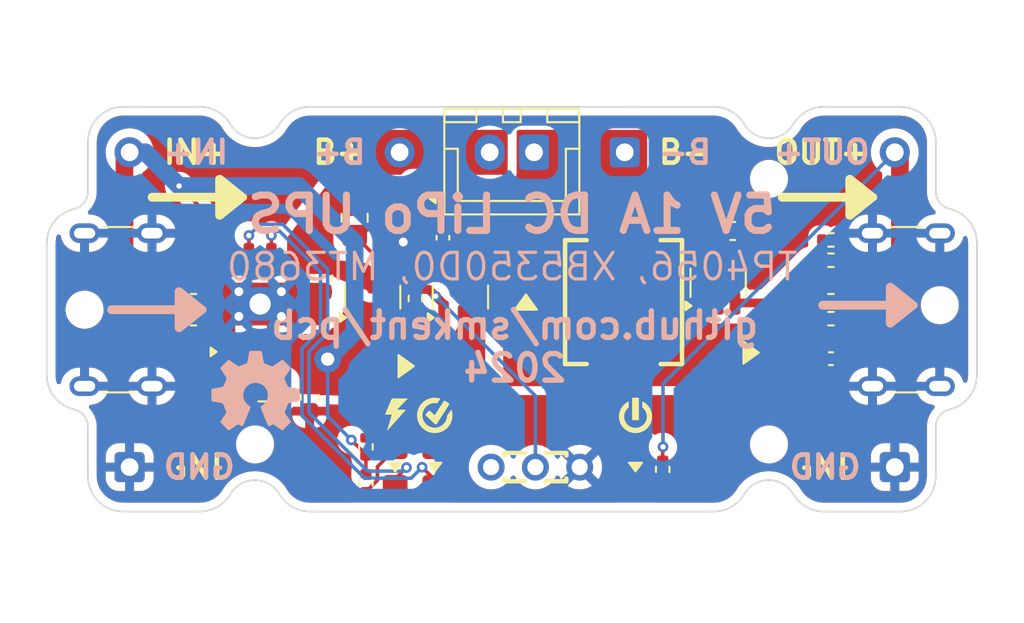
<source format=kicad_pcb>
(kicad_pcb (version 20240108) (generator "pcbnew") (generator_version "8.0")
  (layers (0 "F.Cu" signal) (31 "B.Cu" signal) (34 "B.Paste" user) (35 "F.Paste" user) (36 "B.SilkS" user "B.Silkscreen") (37 "F.SilkS" user "F.Silkscreen") (38 "B.Mask" user) (39 "F.Mask" user) (44 "Edge.Cuts" user))
  (net 0 "")
  (net 1 "B+")
  (net 2 "B-")
  (net 3 "VIN")
  (net 4 "GND")
  (net 5 "BATVDD")
  (net 6 "BOOST")
  (net 7 "VOUT")
  (net 8 "LOAD_SWITCH")
  (net 9 "SW")
  (net 10 "Net-(J0-CC1)")
  (net 11 "Net-(J0-CC2)")
  (net 12 "Net-(J1-CC1)")
  (net 13 "Net-(J1-CC2)")
  (net 14 "Net-(LED1-K)")
  (net 15 "Net-(LED1-A)")
  (net 16 "Net-(LED2-A)")
  (net 17 "Net-(LED2-K)")
  (net 18 "Net-(LED3-A)")
  (net 19 "Net-(Q2-G)")
  (net 20 "Net-(U1-PROG)")
  (net 21 "FB")
  (footprint "Resistor_SMD:R_0402_1005Metric" (layer "F.Cu") (at 146.3972 94.791)
    (property "Reference" "R10" (hide yes))
    (property "Value" "10K")
  )
  (footprint "Resistor_SMD:R_0402_1005Metric" (layer "F.Cu") (at 146.3972 95.936 180)
    (property "Reference" "R3" (hide yes))
    (property "Value" "75K")
  )
  (footprint "Resistor_SMD:R_0402_1005Metric" (layer "F.Cu") (at 122.949 98.097 90)
    (property "Reference" "R8" (hide yes))
    (property "Value" "10K")
  )
  (footprint "Resistor_SMD:R_0402_1005Metric" (layer "F.Cu") (at 146.3952 98.222)
    (property "Reference" "R6" (hide yes))
    (property "Value" "22K")
  )
  (footprint "Package_TO_SOT_SMD:SOT-23-6" (layer "F.Cu") (at 140.033 97.2115 90)
    (property "Reference" "U3" (hide yes))
    (property "Value" "MT3608")
  )
  (footprint "Package_TO_SOT_SMD:SOT-23" (layer "F.Cu") (at 125.489 98.0165 90)
    (property "Reference" "Q2" (hide yes))
    (property "Value" "AO3401A")
  )
  (footprint "lcsc:IND-SMD_L7.0-W6.6" (layer "F.Cu") (at 134.694 98.301 -90)
    (property "Reference" "L1" (hide yes))
    (property "Value" "22uH")
  )
  (footprint "Resistor_SMD:R_0402_1005Metric" (layer "F.Cu") (at 117.488 99.621 90)
    (property "Reference" "R11" (hide yes))
    (property "Value" "10K")
  )
  (footprint "custom:LED_0805_2012Metric_Pad1.15x1.40mm_HandSolder_simple" (layer "F.Cu") (at 121.806 107.62 90)
    (property "Reference" "LED1" (hide yes))
    (property "Value" "Charge")
  )
  (footprint "Package_TO_SOT_SMD:SOT-23" (layer "F.Cu") (at 120.536 98.0165 90)
    (property "Reference" "Q1" (hide yes))
    (property "Value" "AO3401A")
  )
  (footprint "graphics:icon-check-mark-circle-2mm" (layer "F.Cu") (at 124.0412 104.70017)
    (property "Reference" "G***" (hide yes))
    (property "Value" "LOGO" (hide yes))
  )
  (footprint "Capacitor_SMD:C_0603_1608Metric" (layer "F.Cu") (at 140.856 94.285)
    (property "Reference" "C4" (hide yes))
    (property "Value" "10uF")
  )
  (footprint "Resistor_SMD:R_0402_1005Metric" (layer "F.Cu") (at 136.9046 107.745 -90)
    (property "Reference" "R9" (hide yes))
    (property "Value" "10K")
  )
  (footprint "custom:SOIC-8-1EP_3.9x4.9mm_P1.27mm_EP2.41x3.3mm_ThermalVias_CustomVias_Large" (layer "F.Cu") (at 114.186 98.411 90)
    (property "Reference" "U1" (hide yes))
    (property "Value" "TP4056")
  )
  (footprint "Capacitor_SMD:C_0603_1608Metric" (layer "F.Cu") (at 117.742 96.939 90)
    (property "Reference" "C2" (hide yes))
    (property "Value" "10uF")
  )
  (footprint "Capacitor_SMD:C_0402_1005Metric" (layer "F.Cu") (at 146.3972 101.496)
    (property "Reference" "C5" (hide yes))
    (property "Value" "10uF")
  )
  (footprint "custom:PinHeader_1x01_P2.54mm_simple" (layer "F.Cu") (at 150 89.84)
    (property "Reference" "J201" (hide yes))
    (property "Value" "Conn_01x01")
  )
  (footprint "Resistor_SMD:R_0805_2012Metric_Pad1.20x1.40mm_HandSolder" (layer "F.Cu") (at 119.52 93.539 -90)
    (property "Reference" "R2" (hide yes))
    (property "Value" "100R")
  )
  (footprint "Resistor_SMD:R_0402_1005Metric" (layer "F.Cu") (at 146.3952 99.238)
    (property "Reference" "R7" (hide yes))
    (property "Value" "22K")
  )
  (footprint "custom:PinHeader_1x01_P2.54mm_simple" (layer "F.Cu") (at 106.82 89.84)
    (property "Reference" "J101" (hide yes))
    (property "Value" "Conn_01x01")
  )
  (footprint "custom:JST_XH_B2B-XH-A_1x02_P2.50mm_Vertical_simple_pad2gnd" (layer "F.Cu") (at 127.14 89.84)
    (property "Reference" "BT1" (hide yes))
    (property "Value" "Battery_Cell")
  )
  (footprint "custom:SW-TH_DEALON_SS-12D01-GX_simple" (layer "F.Cu") (at 129.72 107.62)
    (property "Reference" "SW1" (hide yes))
    (property "Value" "SW_SPDT")
  )
  (footprint "Capacitor_SMD:C_0603_1608Metric" (layer "F.Cu") (at 116.98 103.683 -90)
    (property "Reference" "C1" (hide yes))
    (property "Value" "10uF")
  )
  (footprint "custom:PinHeader_1x01_P2.54mm_simple_square" (layer "F.Cu") (at 106.82 107.62)
    (property "Reference" "J102" (hide yes))
    (property "Value" "Conn_01x01")
  )
  (footprint "Resistor_SMD:R_0805_2012Metric_Pad1.20x1.40mm_HandSolder" (layer "F.Cu") (at 114.313 103.175)
    (property "Reference" "R1" (hide yes))
    (property "Value" "1K2")
  )
  (footprint "Capacitor_SMD:C_0402_1005Metric" (layer "F.Cu") (at 124.501 94.666 -90)
    (property "Reference" "C3" (hide yes))
    (property "Value" "0.1uF")
  )
  (footprint "graphics:icon-power-2mm" (layer "F.Cu") (at 135.368736 104.699488)
    (property "Reference" "G***" (hide yes))
    (property "Value" "LOGO" (hide yes))
  )
  (footprint "Resistor_SMD:R_0402_1005Metric" (layer "F.Cu") (at 120.155 106.479 90)
    (property "Reference" "R13" (hide yes))
    (property "Value" "5K1")
  )
  (footprint "custom:D_SMA_simple" (layer "F.Cu") (at 122.409 101.905 180)
    (property "Reference" "D1" (hide yes))
    (property "Value" "SS34")
  )
  (footprint "custom:SOT-23-5_simple" (layer "F.Cu") (at 122.253 93.7715 -90)
    (property "Reference" "U2" (hide yes))
    (property "Value" "XB5350D0")
  )
  (footprint "custom:LED_0805_2012Metric_Pad1.15x1.40mm_HandSolder_simple" (layer "F.Cu") (at 135.3696 107.62 90)
    (property "Reference" "LED3" (hide yes))
    (property "Value" "Boost")
  )
  (footprint "custom:PinHeader_1x01_P2.54mm_simple_square" (layer "F.Cu") (at 150 107.62)
    (property "Reference" "J202" (hide yes))
    (property "Value" "Conn_01x01")
  )
  (footprint "custom:PinHeader_1x01_P2.54mm_simple" (layer "F.Cu") (at 122.06 89.84 180)
    (property "Reference" "J301" (hide yes))
    (property "Value" "Conn_01x01")
  )
  (footprint "custom:USB_C_Receptacle_GCT_USB4125-xx-x_6P_TopMnt_Horizontal_handsolder" (layer "F.Cu") (at 105.08 98.73 -90)
    (property "Reference" "J0" (hide yes))
    (property "Value" "USB_C_Receptacle_PowerOnly_6P")
  )
  (footprint "Resistor_SMD:R_0402_1005Metric" (layer "F.Cu") (at 110.4268 99.238)
    (property "Reference" "R4" (hide yes))
    (property "Value" "5K1")
  )
  (footprint "custom:D_SMA_simple" (layer "F.Cu") (at 141.872 101.143 180)
    (property "Reference" "D2" (hide yes))
    (property "Value" "SS34")
  )
  (footprint "custom:LED_0805_2012Metric_Pad1.15x1.40mm_HandSolder_simple" (layer "F.Cu") (at 124.04137 107.62 90)
    (property "Reference" "LED2" (hide yes))
    (property "Value" "Done")
  )
  (footprint "graphics:icon-lightning-bolt-2mm" (layer "F.Cu") (at 121.816112 104.576256)
    (property "Reference" "G***" (hide yes))
    (property "Value" "LOGO" (hide yes))
  )
  (footprint "Resistor_SMD:R_0402_1005Metric" (layer "F.Cu") (at 110.4268 98.224)
    (property "Reference" "R5" (hide yes))
    (property "Value" "5K1")
  )
  (footprint "Resistor_SMD:R_0402_1005Metric" (layer "F.Cu") (at 120.155 108.507 -90)
    (property "Reference" "R12" (hide yes))
    (property "Value" "5K1")
  )
  (footprint "custom:D_SMA_simple" (layer "F.Cu") (at 129.172 98.317 -90)
    (property "Reference" "D3" (hide yes))
    (property "Value" "SS34")
  )
  (footprint "custom:USB_C_Receptacle_GCT_USB4125-xx-x_6P_TopMnt_Horizontal_handsolder" (layer "F.Cu") (at 151.74 98.73 90)
    (property "Reference" "J1" (hide yes))
    (property "Value" "USB_C_Receptacle_PowerOnly_6P")
  )
  (footprint "custom:PinHeader_1x01_P2.54mm_simple_square" (layer "F.Cu") (at 134.76 89.84 180)
    (property "Reference" "J302" (hide yes))
    (property "Value" "Conn_01x01")
  )
  (footprint "graphics:oshw-logo-5mm" (layer "B.Cu") (at 113.932 103.302 180)
    (property "Reference" "G***" (hide yes))
    (property "Value" "LOGO" (hide yes))
  )
  (gr_poly (pts (xy 109.614 97.714) (xy 110.884 98.73) (xy 109.614 99.746)) (stroke (width 0.5)) (fill solid) (layer "B.SilkS"))
  (gr_line (start 105.804 98.73) (end 110.884 98.73) (stroke (width 0.5)) (layer "B.SilkS"))
  (gr_line (start 145.936 98.476) (end 151.016 98.476) (stroke (width 0.5)) (layer "B.SilkS"))
  (gr_poly (pts (xy 149.746 97.46) (xy 151.016 98.476) (xy 149.746 99.492)) (stroke (width 0.5)) (fill solid) (layer "B.SilkS"))
  (gr_line (start 108.09 92.38) (end 113.17 92.38) (stroke (width 0.5)) (layer "F.SilkS"))
  (gr_poly (pts (xy 111.9 91.364) (xy 113.17 92.38) (xy 111.9 93.396)) (stroke (width 0.5)) (fill solid) (layer "F.SilkS"))
  (gr_line (start 143.65 92.38) (end 148.73 92.38) (stroke (width 0.5)) (layer "F.SilkS"))
  (gr_poly (pts (xy 147.46 91.364) (xy 148.73 92.38) (xy 147.46 93.396)) (stroke (width 0.5)) (fill solid) (layer "F.SilkS"))
  (gr_poly (pts (xy 110.794799 87.2702) (xy 110.888899 87.2732) (xy 110.935899 87.276899) (xy 111.130499 87.301499) (xy 111.192098 87.3132) (xy 111.3745 87.3601) (xy 111.4342 87.3795) (xy 111.609199 87.4488) (xy 111.665998 87.4755) (xy 111.830999 87.5662) (xy 111.883999 87.5998) (xy 112.036298 87.7105) (xy 112.084699 87.7505) (xy 112.221899 87.8794) (xy 112.2649 87.925099) (xy 112.384899 88.0702) (xy 112.421799 88.120999) (xy 112.465999 88.1907) (xy 112.5013 88.2427) (xy 112.504699 88.2473) (xy 112.545099 88.3109) (xy 112.580399 88.3628) (xy 112.617199 88.4135) (xy 112.655699 88.463099) (xy 112.663599 88.4726) (xy 112.705099 88.5198) (xy 112.747999 88.5654) (xy 112.792399 88.609799) (xy 112.801399 88.6183) (xy 112.848499 88.6598) (xy 112.896799 88.699699) (xy 112.946399 88.73824) (xy 112.956399 88.74551) (xy 113.008399 88.78082) (xy 113.061199 88.81437) (xy 113.115299 88.84634) (xy 113.126099 88.8523) (xy 113.182099 88.88082) (xy 113.238799 88.90748) (xy 113.296399 88.93243) (xy 113.307899 88.93698) (xy 113.366999 88.95826) (xy 113.426599 88.97761) (xy 113.486899 88.99514) (xy 113.498899 88.99821) (xy 113.560199 89.01192) (xy 113.621699 89.02365) (xy 113.683699 89.03348) (xy 113.695999 89.035029) (xy 113.758499 89.04094) (xy 113.820999 89.044869) (xy 113.883799 89.04684) (xy 113.896199 89.04684) (xy 113.958999 89.044869) (xy 114.021499 89.04094) (xy 114.083999 89.035029) (xy 114.096299 89.03348) (xy 114.158299 89.02365) (xy 114.219799 89.01192) (xy 114.281099 88.99821) (xy 114.293099 88.99514) (xy 114.353399 88.97761) (xy 114.412999 88.95826) (xy 114.472099 88.93698) (xy 114.483599 88.93243) (xy 114.541199 88.90748) (xy 114.597899 88.88082) (xy 114.653899 88.8523) (xy 114.664699 88.84634) (xy 114.718799 88.81437) (xy 114.771599 88.78082) (xy 114.823599 88.74551) (xy 114.833599 88.73824) (xy 114.883199 88.699699) (xy 114.931499 88.6598) (xy 114.978599 88.6183) (xy 114.987599 88.609799) (xy 115.031999 88.5654) (xy 115.074899 88.5198) (xy 115.116399 88.4726) (xy 115.124299 88.463099) (xy 115.1628 88.4135) (xy 115.199599 88.3628) (xy 115.234899 88.3109) (xy 115.269899 88.2557) (xy 115.2864 88.2289) (xy 115.292399 88.2186) (xy 115.318299 88.179299) (xy 115.433599 88.020599) (xy 115.473599 87.972199) (xy 115.602499 87.835) (xy 115.648199 87.792) (xy 115.793299 87.672) (xy 115.844099 87.635099) (xy 116.003099 87.5342) (xy 116.057999 87.504) (xy 116.228399 87.4238) (xy 116.286699 87.4007) (xy 116.465799 87.3425) (xy 116.526599 87.3269) (xy 116.711599 87.2917) (xy 116.773799 87.2838) (xy 116.977399 87.271) (xy 117.008799 87.27) (xy 139.779095 87.27) (xy 139.794797 87.2702) (xy 139.888898 87.2732) (xy 139.935895 87.276899) (xy 140.130498 87.301499) (xy 140.192097 87.3132) (xy 140.374497 87.3601) (xy 140.434197 87.3795) (xy 140.609196 87.4488) (xy 140.665997 87.4755) (xy 140.830998 87.5662) (xy 140.883996 87.5998) (xy 141.036297 87.7105) (xy 141.084698 87.7505) (xy 141.221898 87.8794) (xy 141.264897 87.925099) (xy 141.384896 88.0702) (xy 141.421796 88.120999) (xy 141.465996 88.1907) (xy 141.501298 88.2427) (xy 141.504697 88.2473) (xy 141.545094 88.3109) (xy 141.580395 88.3628) (xy 141.617196 88.4135) (xy 141.655697 88.463099) (xy 141.663594 88.4726) (xy 141.705098 88.5198) (xy 141.747998 88.5654) (xy 141.792397 88.609799) (xy 141.801396 88.6183) (xy 141.848496 88.6598) (xy 141.896794 88.699699) (xy 141.946396 88.73824) (xy 141.956395 88.74551) (xy 142.008397 88.78082) (xy 142.061196 88.81437) (xy 142.115296 88.84634) (xy 142.126095 88.8523) (xy 142.182095 88.88082) (xy 142.238797 88.90748) (xy 142.296395 88.93243) (xy 142.307896 88.93698) (xy 142.366997 88.95826) (xy 142.426594 88.97761) (xy 142.486897 88.99514) (xy 142.498898 88.99821) (xy 142.560197 89.01192) (xy 142.621697 89.02365) (xy 142.683697 89.03348) (xy 142.695996 89.035029) (xy 142.758496 89.04094) (xy 142.820996 89.044869) (xy 142.883797 89.04684) (xy 142.896195 89.04684) (xy 142.958996 89.044869) (xy 143.021496 89.04094) (xy 143.083996 89.035029) (xy 143.096295 89.03348) (xy 143.158295 89.02365) (xy 143.219796 89.01192) (xy 143.281094 88.99821) (xy 143.293095 88.99514) (xy 143.353398 88.97761) (xy 143.412995 88.95826) (xy 143.472096 88.93698) (xy 143.483597 88.93243) (xy 143.541196 88.90748) (xy 143.597897 88.88082) (xy 143.653897 88.8523) (xy 143.664696 88.84634) (xy 143.718796 88.81437) (xy 143.771596 88.78082) (xy 143.823598 88.74551) (xy 143.833596 88.73824) (xy 143.883198 88.699699) (xy 143.931496 88.6598) (xy 143.978596 88.6183) (xy 143.987595 88.609799) (xy 144.031994 88.5654) (xy 144.074895 88.5198) (xy 144.116398 88.4726) (xy 144.124295 88.463099) (xy 144.162797 88.4135) (xy 144.199597 88.3628) (xy 144.234898 88.3109) (xy 144.269894 88.2557) (xy 144.286397 88.2289) (xy 144.292397 88.2186) (xy 144.318295 88.179299) (xy 144.433598 88.020599) (xy 144.473595 87.972199) (xy 144.602498 87.835) (xy 144.648198 87.792) (xy 144.793294 87.672) (xy 144.844098 87.635099) (xy 145.003094 87.5342) (xy 145.057995 87.504) (xy 145.228398 87.4238) (xy 145.286694 87.4007) (xy 145.465794 87.3425) (xy 145.526597 87.3269) (xy 145.711598 87.2917) (xy 145.773797 87.2838) (xy 145.977399 87.271) (xy 146.008793 87.27) (xy 150.291394 87.27) (xy 150.338498 87.2722) (xy 150.650593 87.3017) (xy 150.727795 87.3152) (xy 150.902596 87.3601) (xy 150.962296 87.3795) (xy 151.137295 87.4488) (xy 151.194096 87.4755) (xy 151.359097 87.5662) (xy 151.412099 87.5998) (xy 151.564397 87.7105) (xy 151.612797 87.7505) (xy 151.749997 87.8794) (xy 151.792996 87.925099) (xy 151.912999 88.0702) (xy 151.949895 88.120999) (xy 152.050797 88.28) (xy 152.080998 88.3349) (xy 152.161198 88.5053) (xy 152.184296 88.5636) (xy 152.242497 88.74273) (xy 152.258095 88.80349) (xy 152.293294 88.988459) (xy 152.301198 89.0507) (xy 152.313996 89.25432) (xy 152.314995 89.285709) (xy 152.314995 92.065079) (xy 152.316998 92.127869) (xy 152.332696 92.25246) (xy 152.363896 92.374089) (xy 152.410199 92.49086) (xy 152.470696 92.600899) (xy 152.544495 92.7025) (xy 152.630498 92.794049) (xy 152.727196 92.874089) (xy 152.833195 92.94138) (xy 152.946896 92.994849) (xy 153.066296 93.03366) (xy 153.227597 93.07507) (xy 153.287297 93.09446) (xy 153.462296 93.163779) (xy 153.519097 93.190489) (xy 153.684094 93.2812) (xy 153.737095 93.314819) (xy 153.889393 93.4255) (xy 153.937794 93.46549) (xy 154.074994 93.59439) (xy 154.117997 93.64012) (xy 154.237996 93.785219) (xy 154.274895 93.83596) (xy 154.375798 93.99496) (xy 154.405995 94.049929) (xy 154.486195 94.220319) (xy 154.509297 94.278639) (xy 154.567494 94.45773) (xy 154.583096 94.518489) (xy 154.618298 94.703459) (xy 154.626195 94.765699) (xy 154.638997 94.969319) (xy 154.639996 95.000709) (xy 154.639996 102.391429) (xy 154.637799 102.438459) (xy 154.608296 102.750649) (xy 154.594796 102.827818) (xy 154.549897 103.002598) (xy 154.530495 103.062248) (xy 154.461194 103.237339) (xy 154.434498 103.294098) (xy 154.343796 103.459108) (xy 154.310197 103.512077) (xy 154.199498 103.664417) (xy 154.159497 103.712757) (xy 154.030598 103.850029) (xy 153.984898 103.892967) (xy 153.839795 104.012999) (xy 153.788998 104.049868) (xy 153.629994 104.150768) (xy 153.575097 104.180988) (xy 153.404698 104.261168) (xy 153.346394 104.284258) (xy 153.167294 104.342457) (xy 153.076096 104.365868) (xy 153.076398 104.367178) (xy 153.005993 104.385258) (xy 152.889195 104.431488) (xy 152.779195 104.491987) (xy 152.677594 104.565798) (xy 152.585995 104.651768) (xy 152.505994 104.748528) (xy 152.438695 104.854557) (xy 152.385197 104.968187) (xy 152.346394 105.087628) (xy 152.322896 105.210978) (xy 152.314995 105.336319) (xy 152.314995 108.106428) (xy 152.312794 108.153458) (xy 152.283295 108.465649) (xy 152.269795 108.542818) (xy 152.224896 108.717598) (xy 152.205495 108.777298) (xy 152.136197 108.952297) (xy 152.109494 109.009098) (xy 152.018796 109.174099) (xy 151.985196 109.227097) (xy 151.874497 109.379399) (xy 151.834496 109.427799) (xy 151.705594 109.564999) (xy 151.659894 109.607998) (xy 151.514798 109.727997) (xy 151.463994 109.764898) (xy 151.304997 109.865799) (xy 151.250096 109.895998) (xy 151.079693 109.976198) (xy 151.021397 109.999298) (xy 150.842297 110.057499) (xy 150.781499 110.073097) (xy 150.596493 110.108299) (xy 150.534299 110.116198) (xy 150.330697 110.128998) (xy 150.299298 110.129997) (xy 146.000897 110.129997) (xy 145.985196 110.129799) (xy 145.891095 110.126797) (xy 145.844098 110.123099) (xy 145.649495 110.098499) (xy 145.587895 110.086798) (xy 145.405495 110.039898) (xy 145.345795 110.020498) (xy 145.170796 109.951199) (xy 145.113995 109.924498) (xy 144.948994 109.833798) (xy 144.895997 109.800198) (xy 144.743695 109.689499) (xy 144.695294 109.649498) (xy 144.558095 109.520598) (xy 144.515095 109.474899) (xy 144.395096 109.329798) (xy 144.358197 109.278999) (xy 144.313996 109.209297) (xy 144.278695 109.157299) (xy 144.275296 109.152699) (xy 144.234898 109.089098) (xy 144.199597 109.037197) (xy 144.162797 108.986498) (xy 144.124295 108.936897) (xy 144.116398 108.927399) (xy 144.074895 108.880198) (xy 144.031994 108.834599) (xy 143.987595 108.790199) (xy 143.978596 108.781698) (xy 143.931496 108.740198) (xy 143.883198 108.700298) (xy 143.833596 108.661759) (xy 143.823598 108.654488) (xy 143.771596 108.619179) (xy 143.718796 108.585629) (xy 143.664696 108.553658) (xy 143.653897 108.547699) (xy 143.597897 108.519177) (xy 143.541196 108.492518) (xy 143.483597 108.467568) (xy 143.472096 108.463017) (xy 143.412995 108.441738) (xy 143.353398 108.422388) (xy 143.293095 108.404858) (xy 143.281094 108.401787) (xy 143.219796 108.388077) (xy 143.158295 108.376347) (xy 143.096295 108.366518) (xy 143.083996 108.364967) (xy 143.021496 108.359059) (xy 142.958996 108.355129) (xy 142.896195 108.353157) (xy 142.883797 108.353157) (xy 142.820996 108.355129) (xy 142.758496 108.359059) (xy 142.695996 108.364967) (xy 142.683697 108.366518) (xy 142.621697 108.376347) (xy 142.560197 108.388077) (xy 142.498898 108.401787) (xy 142.486897 108.404858) (xy 142.426594 108.422388) (xy 142.366997 108.441738) (xy 142.307896 108.463017) (xy 142.296395 108.467568) (xy 142.238797 108.492518) (xy 142.182095 108.519177) (xy 142.126095 108.547699) (xy 142.115296 108.553658) (xy 142.061196 108.585629) (xy 142.008397 108.619179) (xy 141.956395 108.654488) (xy 141.946396 108.661759) (xy 141.896794 108.700298) (xy 141.848496 108.740198) (xy 141.801396 108.781698) (xy 141.792397 108.790199) (xy 141.747998 108.834599) (xy 141.705098 108.880198) (xy 141.663594 108.927399) (xy 141.655697 108.936897) (xy 141.617196 108.986498) (xy 141.580395 109.037197) (xy 141.545094 109.089098) (xy 141.510098 109.144299) (xy 141.493596 109.171097) (xy 141.487595 109.181397) (xy 141.461697 109.220699) (xy 141.346394 109.379399) (xy 141.306397 109.427799) (xy 141.177495 109.564999) (xy 141.131795 109.607998) (xy 140.986695 109.727997) (xy 140.935895 109.764898) (xy 140.776898 109.865799) (xy 140.721997 109.895998) (xy 140.551594 109.976198) (xy 140.493298 109.999298) (xy 140.314198 110.057499) (xy 140.253396 110.073097) (xy 140.068394 110.108299) (xy 140.006196 110.116198) (xy 139.802594 110.128998) (xy 139.771195 110.129997) (xy 117.000899 110.129997) (xy 116.985199 110.129799) (xy 116.891099 110.126797) (xy 116.844099 110.123099) (xy 116.649499 110.098499) (xy 116.587899 110.086798) (xy 116.405499 110.039898) (xy 116.345799 110.020498) (xy 116.170799 109.951199) (xy 116.113999 109.924498) (xy 115.948999 109.833798) (xy 115.895999 109.800198) (xy 115.743699 109.689499) (xy 115.695299 109.649498) (xy 115.558099 109.520598) (xy 115.515099 109.474899) (xy 115.395099 109.329798) (xy 115.358199 109.278999) (xy 115.313999 109.209297) (xy 115.278699 109.157299) (xy 115.275299 109.152699) (xy 115.234899 109.089098) (xy 115.199599 109.037197) (xy 115.1628 108.986498) (xy 115.124299 108.936897) (xy 115.116399 108.927399) (xy 115.074899 108.880198) (xy 115.031999 108.834599) (xy 114.987599 108.790199) (xy 114.978599 108.781698) (xy 114.931499 108.740198) (xy 114.883199 108.700298) (xy 114.833599 108.661759) (xy 114.823599 108.654488) (xy 114.771599 108.619179) (xy 114.718799 108.585629) (xy 114.664699 108.553658) (xy 114.653899 108.547699) (xy 114.597899 108.519177) (xy 114.541199 108.492518) (xy 114.483599 108.467568) (xy 114.472099 108.463017) (xy 114.412999 108.441738) (xy 114.353399 108.422388) (xy 114.293099 108.404858) (xy 114.281099 108.401787) (xy 114.219799 108.388077) (xy 114.158299 108.376347) (xy 114.096299 108.366518) (xy 114.083999 108.364967) (xy 114.021499 108.359059) (xy 113.958999 108.355129) (xy 113.896199 108.353157) (xy 113.883799 108.353157) (xy 113.820999 108.355129) (xy 113.758499 108.359059) (xy 113.695999 108.364967) (xy 113.683699 108.366518) (xy 113.621699 108.376347) (xy 113.560199 108.388077) (xy 113.498899 108.401787) (xy 113.486899 108.404858) (xy 113.426599 108.422388) (xy 113.366999 108.441738) (xy 113.307899 108.463017) (xy 113.296399 108.467568) (xy 113.238799 108.492518) (xy 113.182099 108.519177) (xy 113.126099 108.547699) (xy 113.115299 108.553658) (xy 113.061199 108.585629) (xy 113.008399 108.619179) (xy 112.956399 108.654488) (xy 112.946399 108.661759) (xy 112.896799 108.700298) (xy 112.848499 108.740198) (xy 112.801399 108.781698) (xy 112.792399 108.790199) (xy 112.747999 108.834599) (xy 112.705099 108.880198) (xy 112.663599 108.927399) (xy 112.655699 108.936897) (xy 112.617199 108.986498) (xy 112.580399 109.037197) (xy 112.545099 109.089098) (xy 112.510099 109.144299) (xy 112.493599 109.171097) (xy 112.487599 109.181397) (xy 112.461699 109.220699) (xy 112.346399 109.379399) (xy 112.3064 109.427799) (xy 112.177499 109.564999) (xy 112.131799 109.607998) (xy 111.9867 109.727997) (xy 111.935899 109.764898) (xy 111.776899 109.865799) (xy 111.722 109.895998) (xy 111.551599 109.976198) (xy 111.493299 109.999298) (xy 111.314199 110.057499) (xy 111.253399 110.073097) (xy 111.068399 110.108299) (xy 111.006199 110.116198) (xy 110.802599 110.128998) (xy 110.7712 110.129997) (xy 106.4886 110.129997) (xy 106.4415 110.127798) (xy 106.1294 110.098297) (xy 106.0522 110.084797) (xy 105.8774 110.039898) (xy 105.8177 110.020498) (xy 105.6427 109.951199) (xy 105.5859 109.924498) (xy 105.420899 109.833798) (xy 105.367899 109.800198) (xy 105.215599 109.689499) (xy 105.1672 109.649498) (xy 105.029999 109.520598) (xy 104.987 109.474899) (xy 104.866999 109.329798) (xy 104.830099 109.278999) (xy 104.729199 109.119999) (xy 104.699 109.065098) (xy 104.6188 108.894699) (xy 104.5957 108.836399) (xy 104.537499 108.657269) (xy 104.521901 108.596508) (xy 104.4867 108.411537) (xy 104.4788 108.349297) (xy 104.466 108.145678) (xy 104.465001 108.114288) (xy 104.465001 105.334919) (xy 104.463 105.272129) (xy 104.4473 105.147537) (xy 104.4161 105.025908) (xy 104.369799 104.909138) (xy 104.3093 104.799099) (xy 104.235501 104.697498) (xy 104.1495 104.605948) (xy 104.0528 104.525908) (xy 103.946801 104.458618) (xy 103.8331 104.405148) (xy 103.7137 104.366337) (xy 103.552399 104.324928) (xy 103.492699 104.305538) (xy 103.3177 104.236218) (xy 103.260899 104.209507) (xy 103.0959 104.118797) (xy 103.042901 104.085178) (xy 102.890601 103.974499) (xy 102.8422 103.934507) (xy 102.705 103.805607) (xy 102.661999 103.759878) (xy 102.542 103.614779) (xy 102.505101 103.564037) (xy 102.4042 103.405037) (xy 102.373999 103.350067) (xy 102.293799 103.179678) (xy 102.270699 103.121357) (xy 102.2125 102.942268) (xy 102.1969 102.881508) (xy 102.1617 102.696539) (xy 102.1538 102.634299) (xy 102.140999 102.430678) (xy 102.14 102.399289) (xy 102.14 95.008569) (xy 102.142199 94.961539) (xy 102.1717 94.649349) (xy 102.1852 94.572179) (xy 102.230099 94.3974) (xy 102.249501 94.33775) (xy 102.318801 94.162659) (xy 102.3455 94.105899) (xy 102.4362 93.94089) (xy 102.4698 93.88792) (xy 102.5805 93.73558) (xy 102.620499 93.687239) (xy 102.7494 93.549969) (xy 102.7951 93.50703) (xy 102.940199 93.386999) (xy 102.991 93.350129) (xy 103.15 93.24923) (xy 103.204899 93.21901) (xy 103.3753 93.138829) (xy 103.4336 93.11574) (xy 103.6127 93.05754) (xy 103.7039 93.034129) (xy 103.7036 93.032819) (xy 103.774001 93.01474) (xy 103.890799 92.968509) (xy 104.0008 92.90801) (xy 104.1024 92.8342) (xy 104.194001 92.74823) (xy 104.274001 92.651469) (xy 104.341299 92.545439) (xy 104.394801 92.43181) (xy 104.4336 92.312369) (xy 104.4571 92.189019) (xy 104.465001 92.063679) (xy 104.465001 89.293569) (xy 104.4672 89.24654) (xy 104.496701 88.93435) (xy 104.510199 88.85718) (xy 104.5551 88.6824) (xy 104.5745 88.6227) (xy 104.643799 88.4477) (xy 104.6705 88.3909) (xy 104.7612 88.2259) (xy 104.7948 88.1729) (xy 104.905499 88.020599) (xy 104.9455 87.972199) (xy 105.0744 87.835) (xy 105.1201 87.792) (xy 105.2652 87.672) (xy 105.316 87.635099) (xy 105.474999 87.5342) (xy 105.5299 87.504) (xy 105.7003 87.4238) (xy 105.7586 87.4007) (xy 105.9377 87.3425) (xy 105.998499 87.3269) (xy 106.1835 87.2917) (xy 106.245699 87.2838) (xy 106.449299 87.271) (xy 106.4807 87.27) (xy 110.779098 87.27)) (stroke (width 0.1)) (fill none) (layer "Edge.Cuts"))
  (gr_text "B+" (at 120.282 89.84 0) (layer "B.SilkS") (effects (font (size 1.3 1.3) (thickness 0.26) (bold yes)) (justify left mirror)))
  (gr_text "TP4056, XB5350D0, MT3680" (at 128.41 95.428 0) (layer "B.SilkS") (effects (font (size 1.5 1.5) (thickness 0.1875)) (justify top mirror)))
  (gr_text "IN+" (at 108.598 89.84 0) (layer "B.SilkS") (effects (font (size 1.3 1.3) (thickness 0.26) (bold yes)) (justify right mirror)))
  (gr_text "github.com/smkent/pcb\n2024" (at 128.550684 98.737439 0) (layer "B.SilkS") (effects (font (size 1.5 1.5) (thickness 0.3) (bold yes)) (justify top mirror)))
  (gr_text "5V 1A DC LiPo UPS" (at 128.39 93.35 0) (layer "B.SilkS") (effects (font (size 2 2) (thickness 0.4) (bold yes)) (justify mirror)))
  (gr_text "GND" (at 108.598 107.62 0) (layer "B.SilkS") (effects (font (size 1.3 1.3) (thickness 0.26) (bold yes)) (justify right mirror)))
  (gr_text "GND" (at 148.222 107.62 0) (layer "B.SilkS") (effects (font (size 1.3 1.3) (thickness 0.26) (bold yes)) (justify left mirror)))
  (gr_text "B-" (at 136.538 89.84 0) (layer "B.SilkS") (effects (font (size 1.3 1.3) (thickness 0.26) (bold yes)) (justify right mirror)))
  (gr_text "OUT+" (at 148.73 89.84 0) (layer "B.SilkS") (effects (font (size 1.3 1.3) (thickness 0.26) (bold yes)) (justify left mirror)))
  (gr_text "B+" (at 120.282 89.84 0) (layer "F.SilkS") (effects (font (size 1.3 1.3) (thickness 0.26) (bold yes)) (justify right)))
  (gr_text "GND" (at 148.222 107.62 0) (layer "F.SilkS") (effects (font (size 1.3 1.3) (thickness 0.26) (bold yes)) (justify right)))
  (gr_text "OUT+" (at 148.73 89.84 0) (layer "F.SilkS") (effects (font (size 1.3 1.3) (thickness 0.26) (bold yes)) (justify right)))
  (gr_text "GND" (at 108.598 107.62 0) (layer "F.SilkS") (effects (font (size 1.3 1.3) (thickness 0.26) (bold yes)) (justify left)))
  (gr_text "B-" (at 136.538 89.84 0) (layer "F.SilkS") (effects (font (size 1.3 1.3) (thickness 0.26) (bold yes)) (justify left)))
  (gr_text "IN+" (at 108.598 89.84 0) (layer "F.SilkS") (effects (font (size 1.3 1.3) (thickness 0.26) (bold yes)) (justify left)))
  (segment (start 124.1115 93.7965) (end 124.501 94.186) (width 0.5) (layer "F.Cu") (net 2))
  (segment (start 122.253 93.296499) (end 122.753001 93.7965) (width 0.5) (layer "F.Cu") (net 2))
  (segment (start 122.753001 93.7965) (end 124.1115 93.7965) (width 0.5) (layer "F.Cu") (net 2))
  (segment (start 124.464184 92.38) (end 128.664 92.38) (width 0.5) (layer "F.Cu") (net 2))
  (segment (start 123.605684 91.5215) (end 124.464184 92.38) (width 0.5) (layer "F.Cu") (net 2))
  (segment (start 122.253 92.068816) (end 122.800316 91.5215) (width 0.5) (layer "F.Cu") (net 2))
  (segment (start 122.253 92.634) (end 122.253 92.068816) (width 0.5) (layer "F.Cu") (net 2))
  (segment (start 129.64 91.404) (end 129.64 89.84) (width 0.5) (layer "F.Cu") (net 2))
  (segment (start 128.664 92.38) (end 129.64 91.404) (width 0.5) (layer "F.Cu") (net 2))
  (segment (start 122.800316 91.5215) (end 123.605684 91.5215) (width 0.5) (layer "F.Cu") (net 2))
  (segment (start 122.253 92.634) (end 122.253 93.296499) (width 0.5) (layer "F.Cu") (net 2))
  (segment (start 106.53 96.662) (end 107.207857 97.339857) (width 1) (layer "F.Cu") (net 3))
  (segment (start 106.985 97.73949) (end 107.51449 97.21) (width 0.75) (layer "F.Cu") (net 3))
  (segment (start 106.53 90.13) (end 106.53 96.662) (width 1) (layer "F.Cu") (net 3))
  (segment (start 106.985 99.72051) (end 106.985 97.73949) (width 0.75) (layer "F.Cu") (net 3))
  (segment (start 107.51449 97.21) (end 108.36 97.21) (width 0.75) (layer "F.Cu") (net 3))
  (segment (start 120.155 106.989) (end 120.155 106.908385) (width 0.2) (layer "F.Cu") (net 3))
  (segment (start 112.281 94.412) (end 112.281 95.936) (width 0.2) (layer "F.Cu") (net 3))
  (segment (start 108.36 100.25) (end 107.51449 100.25) (width 0.75) (layer "F.Cu") (net 3))
  (segment (start 120.155 107.997) (end 120.155 106.989) (width 0.2) (layer "F.Cu") (net 3))
  (segment (start 120.155 106.908385) (end 119.335001 106.088386) (width 0.2) (layer "F.Cu") (net 3))
  (segment (start 106.82 89.84) (end 106.53 90.13) (width 1) (layer "F.Cu") (net 3))
  (segment (start 107.51449 100.25) (end 106.985 99.72051) (width 0.75) (layer "F.Cu") (net 3))
  (segment (start 109.614 91.745) (end 112.281 94.412) (width 0.2) (layer "F.Cu") (net 3))
  (via (at 117.996 101.524) (size 1.5) (drill 0.75) (layers "F.Cu" "B.Cu") (net 3))
  (via (at 109.614 91.745) (size 0.6) (drill 0.3) (layers "F.Cu" "B.Cu") (net 3))
  (via (at 119.335001 106.088386) (size 0.6) (drill 0.3) (layers "F.Cu" "B.Cu") (net 3))
  (segment (start 119.335001 106.088386) (end 117.996 104.749385) (width 0.2) (layer "B.Cu") (net 3))
  (segment (start 119.52 100) (end 117.996 101.524) (width 1) (layer "B.Cu") (net 3))
  (segment (start 109.614 91.745) (end 107.709 89.84) (width 1) (layer "B.Cu") (net 3))
  (segment (start 116.345 91.745) (end 119.52 94.92) (width 1) (layer "B.Cu") (net 3))
  (segment (start 109.614 91.745) (end 116.345 91.745) (width 1) (layer "B.Cu") (net 3))
  (segment (start 119.52 94.92) (end 119.52 100) (width 1) (layer "B.Cu") (net 3))
  (segment (start 107.709 89.84) (end 106.82 89.84) (width 1) (layer "B.Cu") (net 3))
  (segment (start 117.996 104.749385) (end 117.996 101.524) (width 0.2) (layer "B.Cu") (net 3))
  (segment (start 117.488 99.111) (end 115.386 99.111) (width 1) (layer "F.Cu") (net 4))
  (segment (start 148.74 94.41) (end 148.74 95.7) (width 0.5) (layer "F.Cu") (net 4))
  (segment (start 108.08 103.05) (end 108.08 101.76) (width 0.5) (layer "F.Cu") (net 4))
  (segment (start 141.6375 97.1865) (end 142.126 96.698) (width 0.5) (layer "F.Cu") (net 4))
  (segment (start 148.74 95.7) (end 148.46 95.98) (width 0.5) (layer "F.Cu") (net 4))
  (segment (start 112.913208 98.411) (end 112.281 99.043208) (width 1) (layer "F.Cu") (net 4))
  (segment (start 148.74 101.76) (end 148.46 101.48) (width 0.5) (layer "F.Cu") (net 4))
  (segment (start 114.186 98.411) (end 112.913208 98.411) (width 1) (layer "F.Cu") (net 4))
  (segment (start 140.033 98.349) (end 140.033 97.686501) (width 0.5) (layer "F.Cu") (net 4))
  (segment (start 112.281 99.043208) (end 112.281 100.886) (width 1) (layer "F.Cu") (net 4))
  (segment (start 123.203 94.909) (end 122.2632 94.909) (width 1) (layer "F.Cu") (net 4))
  (segment (start 115.386 97.711) (end 116.088 97.711) (width 1) (layer "F.Cu") (net 4))
  (segment (start 109.404 95.98) (end 108.36 95.98) (width 1) (layer "F.Cu") (net 4))
  (segment (start 115.386 99.111) (end 116.345 99.111) (width 1) (layer "F.Cu") (net 4))
  (segment (start 148.74 94.41) (end 147.2882 94.41) (width 0.5) (layer "F.Cu") (net 4))
  (segment (start 112.281 100.886) (end 111.687 101.48) (width 1) (layer "F.Cu") (net 4))
  (segment (start 142.126 96.698) (end 142.126 94.78) (width 0.5) (layer "F.Cu") (net 4))
  (segment (start 116.088 97.711) (end 117.488 99.111) (width 1) (layer "F.Cu") (net 4))
  (segment (start 148.74 103.05) (end 148.74 101.76) (width 0.5) (layer "F.Cu") (net 4))
  (segment (start 147.2882 94.41) (end 146.9072 94.791) (width 0.5) (layer "F.Cu") (net 4))
  (segment (start 115.389 97.714) (end 115.386 97.711) (width 1) (layer "F.Cu") (net 4))
  (segment (start 140.033 97.686501) (end 140.533001 97.1865) (width 0.5) (layer "F.Cu") (net 4))
  (segment (start 113.486 97.711) (end 111.135 97.711) (width 1) (layer "F.Cu") (net 4))
  (segment (start 111.135 97.711) (end 109.404 95.98) (width 1) (layer "F.Cu") (net 4))
  (segment (start 140.533001 97.1865) (end 141.6375 97.1865) (width 0.5) (layer "F.Cu") (net 4))
  (segment (start 111.687 101.48) (end 108.36 101.48) (width 1) (layer "F.Cu") (net 4))
  (segment (start 117.742 97.714) (end 115.389 97.714) (width 1) (layer "F.Cu") (net 4))
  (segment (start 142.126 94.78) (end 141.631 94.285) (width 0.5) (layer "F.Cu") (net 4))
  (segment (start 108.08 101.76) (end 108.36 101.48) (width 0.5) (layer "F.Cu") (net 4))
  (segment (start 114.186 98.411) (end 113.486 97.711) (width 1) (layer "F.Cu") (net 4))
  (segment (start 116.345 99.111) (end 117.742 97.714) (width 1) (layer "F.Cu") (net 4))
  (segment (start 108.08 95.7) (end 108.36 95.98) (width 0.5) (layer "F.Cu") (net 4))
  (segment (start 121.303 94.909) (end 122.2632 94.909) (width 1) (layer "F.Cu") (net 4))
  (segment (start 108.08 94.41) (end 108.08 95.7) (width 0.5) (layer "F.Cu") (net 4))
  (segment (start 117.488 97.968) (end 117.742 97.714) (width 1) (layer "F.Cu") (net 4))
  (segment (start 117.488 99.111) (end 117.488 97.968) (width 1) (layer "F.Cu") (net 4))
  (via (at 122.2632 94.909) (size 1) (drill 0.5) (layers "F.Cu" "B.Cu") (net 4))
  (segment (start 121.303 93.1395) (end 121.303 92.634) (width 0.2) (layer "F.Cu") (net 5))
  (segment (start 119.52 94.539) (end 119.9035 94.539) (width 0.2) (layer "F.Cu") (net 5))
  (segment (start 119.52 94.539) (end 120.8525 95.8715) (width 0.2) (layer "F.Cu") (net 5))
  (segment (start 119.9035 94.539) (end 121.303 93.1395) (width 0.2) (layer "F.Cu") (net 5))
  (segment (start 123.7755 95.8715) (end 124.501 95.146) (width 0.2) (layer "F.Cu") (net 5))
  (segment (start 120.8525 95.8715) (end 123.7755 95.8715) (width 0.2) (layer "F.Cu") (net 5))
  (segment (start 149.835 97.73949) (end 149.835 99.72051) (width 0.75) (layer "F.Cu") (net 7))
  (segment (start 149.30551 100.25) (end 148.46 100.25) (width 0.75) (layer "F.Cu") (net 7))
  (segment (start 136.9046 107.235) (end 136.9046 106.4914) (width 0.2) (layer "F.Cu") (net 7))
  (segment (start 150 89.84) (end 150.29 90.13) (width 1) (layer "F.Cu") (net 7))
  (segment (start 150.29 97.28449) (end 149.923388 97.651102) (width 1) (layer "F.Cu") (net 7))
  (segment (start 149.835 99.72051) (end 149.30551 100.25) (width 0.75) (layer "F.Cu") (net 7))
  (segment (start 136.9046 106.4914) (end 136.919 106.477) (width 0.2) (layer "F.Cu") (net 7))
  (segment (start 150.29 90.13) (end 150.29 97.28449) (width 1) (layer "F.Cu") (net 7))
  (segment (start 149.30551 97.21) (end 149.835 97.73949) (width 0.75) (layer "F.Cu") (net 7))
  (segment (start 148.46 97.21) (end 149.30551 97.21) (width 0.75) (layer "F.Cu") (net 7))
  (via (at 136.919 106.477) (size 0.6) (drill 0.3) (layers "F.Cu" "B.Cu") (net 7))
  (segment (start 136.919 106.477) (end 136.919 102.921) (width 0.2) (layer "B.Cu") (net 7))
  (segment (start 136.919 102.921) (end 150 89.84) (width 0.2) (layer "B.Cu") (net 7))
  (segment (start 108.36 98.23) (end 109.9108 98.23) (width 0.5) (layer "F.Cu") (net 10))
  (segment (start 109.9108 98.23) (end 109.9168 98.224) (width 0.5) (layer "F.Cu") (net 10))
  (segment (start 109.9088 99.23) (end 109.9168 99.238) (width 0.5) (layer "F.Cu") (net 11))
  (segment (start 108.36 99.23) (end 109.9088 99.23) (width 0.5) (layer "F.Cu") (net 11))
  (segment (start 146.9132 99.23) (end 146.9052 99.238) (width 0.5) (layer "F.Cu") (net 12))
  (segment (start 148.46 99.23) (end 146.9132 99.23) (width 0.5) (layer "F.Cu") (net 12))
  (segment (start 146.9052 98.222) (end 148.452 98.222) (width 0.5) (layer "F.Cu") (net 13))
  (segment (start 148.452 98.222) (end 148.46 98.23) (width 0.5) (layer "F.Cu") (net 13))
  (segment (start 113.551 94.539) (end 113.551 95.936) (width 0.2) (layer "F.Cu") (net 14))
  (segment (start 121.806 108.286951) (end 122.446063 107.646888) (width 0.2) (layer "F.Cu") (net 14))
  (segment (start 121.806 108.645) (end 121.806 108.286951) (width 0.2) (layer "F.Cu") (net 14))
  (via (at 113.551 94.539) (size 0.6) (drill 0.3) (layers "F.Cu" "B.Cu") (net 14))
  (via (at 122.446063 107.646888) (size 0.6) (drill 0.3) (layers "F.Cu" "B.Cu") (net 14))
  (segment (start 122.246063 107.846888) (end 120.244974 107.846888) (width 0.2) (layer "B.Cu") (net 14))
  (segment (start 117.996 96.444) (end 115.456 93.904) (width 0.2) (layer "B.Cu") (net 14))
  (segment (start 116.946 104.547914) (end 116.946 101.089075) (width 0.2) (layer "B.Cu") (net 14))
  (segment (start 114.186 93.904) (end 113.551 94.539) (width 0.2) (layer "B.Cu") (net 14))
  (segment (start 117.996 100.039075) (end 117.996 96.444) (width 0.2) (layer "B.Cu") (net 14))
  (segment (start 115.456 93.904) (end 114.186 93.904) (width 0.2) (layer "B.Cu") (net 14))
  (segment (start 122.446063 107.646888) (end 122.246063 107.846888) (width 0.2) (layer "B.Cu") (net 14))
  (segment (start 120.244974 107.846888) (end 116.946 104.547914) (width 0.2) (layer "B.Cu") (net 14))
  (segment (start 116.946 101.089075) (end 117.996 100.039075) (width 0.2) (layer "B.Cu") (net 14))
  (segment (start 120.806 108.366) (end 120.806 107.595) (width 0.2) (layer "F.Cu") (net 15))
  (segment (start 120.155 109.017) (end 120.806 108.366) (width 0.2) (layer "F.Cu") (net 15))
  (segment (start 120.806 107.595) (end 121.806 106.595) (width 0.2) (layer "F.Cu") (net 15))
  (segment (start 123.16637 105.72) (end 124.04137 106.595) (width 0.2) (layer "F.Cu") (net 16))
  (segment (start 120.155 105.969) (end 120.404 105.72) (width 0.2) (layer "F.Cu") (net 16))
  (segment (start 120.404 105.72) (end 123.16637 105.72) (width 0.2) (layer "F.Cu") (net 16))
  (segment (start 124.04137 108.340878) (end 123.327521 107.627029) (width 0.2) (layer "F.Cu") (net 17))
  (segment (start 114.821 94.539) (end 114.821 95.936) (width 0.2) (layer "F.Cu") (net 17))
  (segment (start 124.04137 108.645) (end 124.04137 108.340878) (width 0.2) (layer "F.Cu") (net 17))
  (via (at 114.821 94.539) (size 0.6) (drill 0.3) (layers "F.Cu" "B.Cu") (net 17))
  (via (at 123.327521 107.627029) (size 0.6) (drill 0.3) (layers "F.Cu" "B.Cu") (net 17))
  (segment (start 114.821 94.539) (end 115.056 94.304) (width 0.2) (layer "B.Cu") (net 17))
  (segment (start 115.290314 94.304) (end 117.596 96.609686) (width 0.2) (layer "B.Cu") (net 17))
  (segment (start 116.546 100.923389) (end 116.546 104.713599) (width 0.2) (layer "B.Cu") (net 17))
  (segment (start 117.596 99.873389) (end 116.546 100.923389) (width 0.2) (layer "B.Cu") (net 17))
  (segment (start 122.707662 108.246888) (end 123.327521 107.627029) (width 0.2) (layer "B.Cu") (net 17))
  (segment (start 117.596 96.609686) (end 117.596 99.873389) (width 0.2) (layer "B.Cu") (net 17))
  (segment (start 116.546 104.713599) (end 120.079288 108.246888) (width 0.2) (layer "B.Cu") (net 17))
  (segment (start 120.079288 108.246888) (end 122.707662 108.246888) (width 0.2) (layer "B.Cu") (net 17))
  (segment (start 115.056 94.304) (end 115.290314 94.304) (width 0.2) (layer "B.Cu") (net 17))
  (segment (start 135.3696 106.595) (end 135.3696 106.72) (width 0.2) (layer "F.Cu") (net 18))
  (segment (start 135.3696 106.72) (end 136.9046 108.255) (width 0.2) (layer "F.Cu") (net 18))
  (segment (start 122.949 97.587) (end 123.711 97.587) (width 0.5) (layer "F.Cu") (net 19))
  (segment (start 124.539 98.415) (end 124.539 98.954) (width 0.5) (layer "F.Cu") (net 19))
  (segment (start 124.092 97.968) (end 124.539 98.415) (width 0.5) (layer "F.Cu") (net 19))
  (segment (start 123.711 97.587) (end 124.092 97.968) (width 0.5) (layer "F.Cu") (net 19))
  (via (at 124.092 97.968) (size 0.6) (drill 0.3) (layers "F.Cu" "B.Cu") (net 19))
  (segment (start 129.72 103.596) (end 124.092 97.968) (width 0.2) (layer "B.Cu") (net 19))
  (segment (start 129.72 107.62) (end 129.72 103.596) (width 0.2) (layer "B.Cu") (net 19))
  (segment (start 113.551 102.937) (end 113.313 103.175) (width 0.5) (layer "F.Cu") (net 20))
  (segment (start 113.551 100.886) (end 113.551 102.937) (width 0.5) (layer "F.Cu") (net 20))
  (segment (start 145.8872 94.791) (end 145.8872 95.936) (width 0.5) (layer "F.Cu") (net 21))
  (segment (start 142.761 98.349) (end 140.983 98.349) (width 0.5) (layer "F.Cu") (net 21))
  (segment (start 145.8872 95.936) (end 145.174 95.936) (width 0.5) (layer "F.Cu") (net 21))
  (segment (start 145.174 95.936) (end 142.761 98.349) (width 0.5) (layer "F.Cu") (net 21))
  (zone (net 2) (net_name "B-") (layer "F.Cu") (priority 1) (connect_pads yes (clearance 0.5)) (min_thickness 0.25) (fill yes (thermal_gap 0.5) (thermal_bridge_width 0.5))
    (polygon (pts (xy 136.03 88.57) (xy 128.41 88.57) (xy 128.41 91.618) (xy 121.806 91.618) (xy 121.806 93.396) (xy 121.806 94.158) (xy 125.108 94.666) (xy 125.108 93.396) (xy 128.41 93.396) (xy 130.95 91.618) (xy 136.03 91.618)))
  )
  (zone (net 8) (net_name "LOAD_SWITCH") (layer "F.Cu") (priority 2) (connect_pads yes (clearance 0.5)) (min_thickness 0.25) (fill yes (thermal_gap 0.5) (thermal_bridge_width 0.5))
    (polygon (pts (xy 121.044 97.968) (xy 126.886 97.968) (xy 126.886 103.556) (xy 122.314 103.556) (xy 122.314 100.254) (xy 121.044 100.254)))
  )
  (zone (net 7) (net_name "VOUT") (layer "F.Cu") (priority 2) (connect_pads yes (clearance 0.5)) (min_thickness 0.25) (fill yes (thermal_gap 0.5) (thermal_bridge_width 0.5))
    (polygon (pts (xy 145.428 96.444) (xy 145.936 96.444) (xy 146.444 96.444) (xy 146.444 95.428) (xy 147.46 95.428) (xy 147.46 96.444) (xy 149.238 96.698) (xy 149.238 100.762) (xy 147.46 101.016) (xy 146.444 101.016) (xy 146.19 102.032) (xy 145.174 103.048) (xy 142.38 103.048) (xy 142.38 99.492)))
  )
  (zone (net 9) (net_name "SW") (layer "F.Cu") (priority 2) (connect_pads yes (clearance 0.5)) (min_thickness 0.25) (fill yes (thermal_gap 0.5) (thermal_bridge_width 0.5))
    (polygon (pts (xy 127.902 98.73) (xy 127.902 103.048) (xy 141.618 103.048) (xy 141.618 99.492) (xy 139.586 99.492) (xy 139.586 97.46) (xy 138.57 97.46) (xy 137.3 99.746) (xy 131.458 99.746) (xy 130.442 98.73)))
  )
  (zone (net 6) (net_name "BOOST") (layer "F.Cu") (priority 2) (connect_pads yes (clearance 0.5)) (min_thickness 0.25) (fill yes (thermal_gap 0.5) (thermal_bridge_width 0.5))
    (polygon (pts (xy 125.108 97.968) (xy 130.95 97.968) (xy 131.458 96.698) (xy 141.364 96.698) (xy 141.364 95.174) (xy 140.602 93.65) (xy 131.204 93.65) (xy 130.188 94.92) (xy 127.394 94.92) (xy 126.632 95.936) (xy 125.108 95.936)))
  )
  (zone (net 3) (net_name "VIN") (layer "F.Cu") (priority 2) (connect_pads yes (clearance 0.5)) (min_thickness 0.25) (fill yes (thermal_gap 0.5) (thermal_bridge_width 0.5))
    (polygon (pts (xy 115.583 99.746) (xy 115.583 102.032) (xy 116.218 103.556) (xy 117.742 103.556) (xy 121.933 103.683) (xy 121.933 100.635) (xy 120.79 100.635) (xy 120.79 98.222) (xy 119.139 98.222) (xy 118.504 99.746)))
  )
  (zone (net 1) (net_name "B+") (layer "F.Cu") (priority 2) (connect_pads yes (clearance 0.5)) (min_thickness 0.25) (fill yes (thermal_gap 0.5) (thermal_bridge_width 0.5))
    (polygon (pts (xy 128.156 88.57) (xy 128.156 91.11) (xy 120.536 91.11) (xy 120.536 93.142) (xy 118.504 93.65) (xy 118.504 95.936) (xy 121.044 96.19) (xy 121.044 97.968) (xy 118.504 96.952) (xy 115.71 96.952) (xy 115.71 94.666) (xy 120.282 88.57)))
  )
  (zone (net 4) (net_name "GND") (layers "F&B.Cu") (connect_pads (clearance 0.5)) (min_thickness 0.25) (fill yes (thermal_gap 0.5) (thermal_bridge_width 0.5))
    (polygon (pts (xy 100.724 86.792) (xy 155.842 86.792) (xy 155.842 110.668) (xy 100.724 110.668)))
  )
)
</source>
